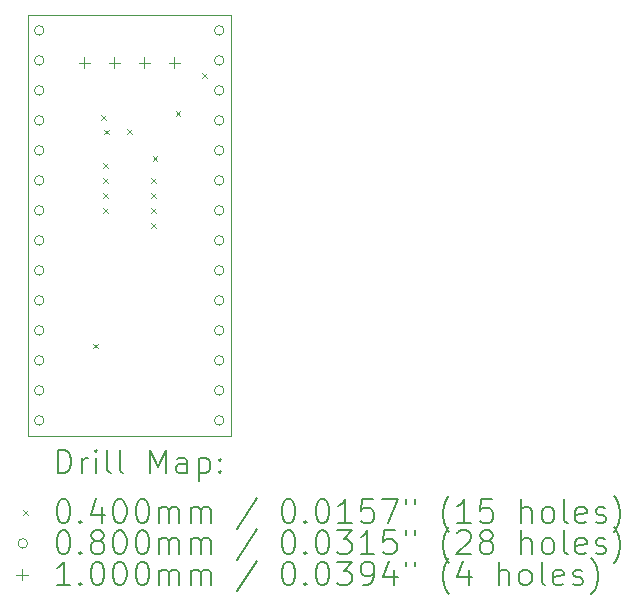
<source format=gbr>
%TF.GenerationSoftware,KiCad,Pcbnew,(6.0.11)*%
%TF.CreationDate,2024-01-03T21:38:48+00:00*%
%TF.ProjectId,BBCB-SWROM-32,42424342-2d53-4575-924f-4d2d33322e6b,rev?*%
%TF.SameCoordinates,Original*%
%TF.FileFunction,Drillmap*%
%TF.FilePolarity,Positive*%
%FSLAX45Y45*%
G04 Gerber Fmt 4.5, Leading zero omitted, Abs format (unit mm)*
G04 Created by KiCad (PCBNEW (6.0.11)) date 2024-01-03 21:38:48*
%MOMM*%
%LPD*%
G01*
G04 APERTURE LIST*
%ADD10C,0.100000*%
%ADD11C,0.200000*%
%ADD12C,0.040000*%
%ADD13C,0.080000*%
G04 APERTURE END LIST*
D10*
X14456000Y-10410000D02*
X16170000Y-10410000D01*
X16170000Y-10410000D02*
X16170000Y-6841000D01*
X16170000Y-6841000D02*
X14456000Y-6841000D01*
X14456000Y-6841000D02*
X14456000Y-10410000D01*
D11*
D12*
X15004000Y-9628000D02*
X15044000Y-9668000D01*
X15044000Y-9628000D02*
X15004000Y-9668000D01*
X15073000Y-7694000D02*
X15113000Y-7734000D01*
X15113000Y-7694000D02*
X15073000Y-7734000D01*
X15090000Y-8101500D02*
X15130000Y-8141500D01*
X15130000Y-8101500D02*
X15090000Y-8141500D01*
X15090000Y-8228500D02*
X15130000Y-8268500D01*
X15130000Y-8228500D02*
X15090000Y-8268500D01*
X15090000Y-8355500D02*
X15130000Y-8395500D01*
X15130000Y-8355500D02*
X15090000Y-8395500D01*
X15090000Y-8482500D02*
X15130000Y-8522500D01*
X15130000Y-8482500D02*
X15090000Y-8522500D01*
X15099000Y-7816000D02*
X15139000Y-7856000D01*
X15139000Y-7816000D02*
X15099000Y-7856000D01*
X15291000Y-7811000D02*
X15331000Y-7851000D01*
X15331000Y-7811000D02*
X15291000Y-7851000D01*
X15495000Y-8228500D02*
X15535000Y-8268500D01*
X15535000Y-8228500D02*
X15495000Y-8268500D01*
X15495000Y-8355500D02*
X15535000Y-8395500D01*
X15535000Y-8355500D02*
X15495000Y-8395500D01*
X15495000Y-8482500D02*
X15535000Y-8522500D01*
X15535000Y-8482500D02*
X15495000Y-8522500D01*
X15495000Y-8609500D02*
X15535000Y-8649500D01*
X15535000Y-8609500D02*
X15495000Y-8649500D01*
X15510000Y-8043000D02*
X15550000Y-8083000D01*
X15550000Y-8043000D02*
X15510000Y-8083000D01*
X15705500Y-7661500D02*
X15745500Y-7701500D01*
X15745500Y-7661500D02*
X15705500Y-7701500D01*
X15927000Y-7336000D02*
X15967000Y-7376000D01*
X15967000Y-7336000D02*
X15927000Y-7376000D01*
D13*
X14590000Y-6975500D02*
G75*
G03*
X14590000Y-6975500I-40000J0D01*
G01*
X14590000Y-7229500D02*
G75*
G03*
X14590000Y-7229500I-40000J0D01*
G01*
X14590000Y-7483500D02*
G75*
G03*
X14590000Y-7483500I-40000J0D01*
G01*
X14590000Y-7737500D02*
G75*
G03*
X14590000Y-7737500I-40000J0D01*
G01*
X14590000Y-7991500D02*
G75*
G03*
X14590000Y-7991500I-40000J0D01*
G01*
X14590000Y-8245500D02*
G75*
G03*
X14590000Y-8245500I-40000J0D01*
G01*
X14590000Y-8499500D02*
G75*
G03*
X14590000Y-8499500I-40000J0D01*
G01*
X14590000Y-8753500D02*
G75*
G03*
X14590000Y-8753500I-40000J0D01*
G01*
X14590000Y-9007500D02*
G75*
G03*
X14590000Y-9007500I-40000J0D01*
G01*
X14590000Y-9261500D02*
G75*
G03*
X14590000Y-9261500I-40000J0D01*
G01*
X14590000Y-9515500D02*
G75*
G03*
X14590000Y-9515500I-40000J0D01*
G01*
X14590000Y-9769500D02*
G75*
G03*
X14590000Y-9769500I-40000J0D01*
G01*
X14590000Y-10023500D02*
G75*
G03*
X14590000Y-10023500I-40000J0D01*
G01*
X14590000Y-10277500D02*
G75*
G03*
X14590000Y-10277500I-40000J0D01*
G01*
X16114000Y-6975500D02*
G75*
G03*
X16114000Y-6975500I-40000J0D01*
G01*
X16114000Y-7229500D02*
G75*
G03*
X16114000Y-7229500I-40000J0D01*
G01*
X16114000Y-7483500D02*
G75*
G03*
X16114000Y-7483500I-40000J0D01*
G01*
X16114000Y-7737500D02*
G75*
G03*
X16114000Y-7737500I-40000J0D01*
G01*
X16114000Y-7991500D02*
G75*
G03*
X16114000Y-7991500I-40000J0D01*
G01*
X16114000Y-8245500D02*
G75*
G03*
X16114000Y-8245500I-40000J0D01*
G01*
X16114000Y-8499500D02*
G75*
G03*
X16114000Y-8499500I-40000J0D01*
G01*
X16114000Y-8753500D02*
G75*
G03*
X16114000Y-8753500I-40000J0D01*
G01*
X16114000Y-9007500D02*
G75*
G03*
X16114000Y-9007500I-40000J0D01*
G01*
X16114000Y-9261500D02*
G75*
G03*
X16114000Y-9261500I-40000J0D01*
G01*
X16114000Y-9515500D02*
G75*
G03*
X16114000Y-9515500I-40000J0D01*
G01*
X16114000Y-9769500D02*
G75*
G03*
X16114000Y-9769500I-40000J0D01*
G01*
X16114000Y-10023500D02*
G75*
G03*
X16114000Y-10023500I-40000J0D01*
G01*
X16114000Y-10277500D02*
G75*
G03*
X16114000Y-10277500I-40000J0D01*
G01*
D10*
X14932500Y-7197500D02*
X14932500Y-7297500D01*
X14882500Y-7247500D02*
X14982500Y-7247500D01*
X15186500Y-7197500D02*
X15186500Y-7297500D01*
X15136500Y-7247500D02*
X15236500Y-7247500D01*
X15440500Y-7197500D02*
X15440500Y-7297500D01*
X15390500Y-7247500D02*
X15490500Y-7247500D01*
X15694500Y-7197500D02*
X15694500Y-7297500D01*
X15644500Y-7247500D02*
X15744500Y-7247500D01*
D11*
X14708619Y-10725476D02*
X14708619Y-10525476D01*
X14756238Y-10525476D01*
X14784809Y-10535000D01*
X14803857Y-10554048D01*
X14813381Y-10573095D01*
X14822905Y-10611190D01*
X14822905Y-10639762D01*
X14813381Y-10677857D01*
X14803857Y-10696905D01*
X14784809Y-10715952D01*
X14756238Y-10725476D01*
X14708619Y-10725476D01*
X14908619Y-10725476D02*
X14908619Y-10592143D01*
X14908619Y-10630238D02*
X14918143Y-10611190D01*
X14927667Y-10601667D01*
X14946714Y-10592143D01*
X14965762Y-10592143D01*
X15032428Y-10725476D02*
X15032428Y-10592143D01*
X15032428Y-10525476D02*
X15022905Y-10535000D01*
X15032428Y-10544524D01*
X15041952Y-10535000D01*
X15032428Y-10525476D01*
X15032428Y-10544524D01*
X15156238Y-10725476D02*
X15137190Y-10715952D01*
X15127667Y-10696905D01*
X15127667Y-10525476D01*
X15261000Y-10725476D02*
X15241952Y-10715952D01*
X15232428Y-10696905D01*
X15232428Y-10525476D01*
X15489571Y-10725476D02*
X15489571Y-10525476D01*
X15556238Y-10668333D01*
X15622905Y-10525476D01*
X15622905Y-10725476D01*
X15803857Y-10725476D02*
X15803857Y-10620714D01*
X15794333Y-10601667D01*
X15775286Y-10592143D01*
X15737190Y-10592143D01*
X15718143Y-10601667D01*
X15803857Y-10715952D02*
X15784809Y-10725476D01*
X15737190Y-10725476D01*
X15718143Y-10715952D01*
X15708619Y-10696905D01*
X15708619Y-10677857D01*
X15718143Y-10658810D01*
X15737190Y-10649286D01*
X15784809Y-10649286D01*
X15803857Y-10639762D01*
X15899095Y-10592143D02*
X15899095Y-10792143D01*
X15899095Y-10601667D02*
X15918143Y-10592143D01*
X15956238Y-10592143D01*
X15975286Y-10601667D01*
X15984809Y-10611190D01*
X15994333Y-10630238D01*
X15994333Y-10687381D01*
X15984809Y-10706429D01*
X15975286Y-10715952D01*
X15956238Y-10725476D01*
X15918143Y-10725476D01*
X15899095Y-10715952D01*
X16080048Y-10706429D02*
X16089571Y-10715952D01*
X16080048Y-10725476D01*
X16070524Y-10715952D01*
X16080048Y-10706429D01*
X16080048Y-10725476D01*
X16080048Y-10601667D02*
X16089571Y-10611190D01*
X16080048Y-10620714D01*
X16070524Y-10611190D01*
X16080048Y-10601667D01*
X16080048Y-10620714D01*
D12*
X14411000Y-11035000D02*
X14451000Y-11075000D01*
X14451000Y-11035000D02*
X14411000Y-11075000D01*
D11*
X14746714Y-10945476D02*
X14765762Y-10945476D01*
X14784809Y-10955000D01*
X14794333Y-10964524D01*
X14803857Y-10983571D01*
X14813381Y-11021667D01*
X14813381Y-11069286D01*
X14803857Y-11107381D01*
X14794333Y-11126429D01*
X14784809Y-11135952D01*
X14765762Y-11145476D01*
X14746714Y-11145476D01*
X14727667Y-11135952D01*
X14718143Y-11126429D01*
X14708619Y-11107381D01*
X14699095Y-11069286D01*
X14699095Y-11021667D01*
X14708619Y-10983571D01*
X14718143Y-10964524D01*
X14727667Y-10955000D01*
X14746714Y-10945476D01*
X14899095Y-11126429D02*
X14908619Y-11135952D01*
X14899095Y-11145476D01*
X14889571Y-11135952D01*
X14899095Y-11126429D01*
X14899095Y-11145476D01*
X15080048Y-11012143D02*
X15080048Y-11145476D01*
X15032428Y-10935952D02*
X14984809Y-11078810D01*
X15108619Y-11078810D01*
X15222905Y-10945476D02*
X15241952Y-10945476D01*
X15261000Y-10955000D01*
X15270524Y-10964524D01*
X15280048Y-10983571D01*
X15289571Y-11021667D01*
X15289571Y-11069286D01*
X15280048Y-11107381D01*
X15270524Y-11126429D01*
X15261000Y-11135952D01*
X15241952Y-11145476D01*
X15222905Y-11145476D01*
X15203857Y-11135952D01*
X15194333Y-11126429D01*
X15184809Y-11107381D01*
X15175286Y-11069286D01*
X15175286Y-11021667D01*
X15184809Y-10983571D01*
X15194333Y-10964524D01*
X15203857Y-10955000D01*
X15222905Y-10945476D01*
X15413381Y-10945476D02*
X15432428Y-10945476D01*
X15451476Y-10955000D01*
X15461000Y-10964524D01*
X15470524Y-10983571D01*
X15480048Y-11021667D01*
X15480048Y-11069286D01*
X15470524Y-11107381D01*
X15461000Y-11126429D01*
X15451476Y-11135952D01*
X15432428Y-11145476D01*
X15413381Y-11145476D01*
X15394333Y-11135952D01*
X15384809Y-11126429D01*
X15375286Y-11107381D01*
X15365762Y-11069286D01*
X15365762Y-11021667D01*
X15375286Y-10983571D01*
X15384809Y-10964524D01*
X15394333Y-10955000D01*
X15413381Y-10945476D01*
X15565762Y-11145476D02*
X15565762Y-11012143D01*
X15565762Y-11031190D02*
X15575286Y-11021667D01*
X15594333Y-11012143D01*
X15622905Y-11012143D01*
X15641952Y-11021667D01*
X15651476Y-11040714D01*
X15651476Y-11145476D01*
X15651476Y-11040714D02*
X15661000Y-11021667D01*
X15680048Y-11012143D01*
X15708619Y-11012143D01*
X15727667Y-11021667D01*
X15737190Y-11040714D01*
X15737190Y-11145476D01*
X15832428Y-11145476D02*
X15832428Y-11012143D01*
X15832428Y-11031190D02*
X15841952Y-11021667D01*
X15861000Y-11012143D01*
X15889571Y-11012143D01*
X15908619Y-11021667D01*
X15918143Y-11040714D01*
X15918143Y-11145476D01*
X15918143Y-11040714D02*
X15927667Y-11021667D01*
X15946714Y-11012143D01*
X15975286Y-11012143D01*
X15994333Y-11021667D01*
X16003857Y-11040714D01*
X16003857Y-11145476D01*
X16394333Y-10935952D02*
X16222905Y-11193095D01*
X16651476Y-10945476D02*
X16670524Y-10945476D01*
X16689571Y-10955000D01*
X16699095Y-10964524D01*
X16708619Y-10983571D01*
X16718143Y-11021667D01*
X16718143Y-11069286D01*
X16708619Y-11107381D01*
X16699095Y-11126429D01*
X16689571Y-11135952D01*
X16670524Y-11145476D01*
X16651476Y-11145476D01*
X16632428Y-11135952D01*
X16622905Y-11126429D01*
X16613381Y-11107381D01*
X16603857Y-11069286D01*
X16603857Y-11021667D01*
X16613381Y-10983571D01*
X16622905Y-10964524D01*
X16632428Y-10955000D01*
X16651476Y-10945476D01*
X16803857Y-11126429D02*
X16813381Y-11135952D01*
X16803857Y-11145476D01*
X16794333Y-11135952D01*
X16803857Y-11126429D01*
X16803857Y-11145476D01*
X16937190Y-10945476D02*
X16956238Y-10945476D01*
X16975286Y-10955000D01*
X16984810Y-10964524D01*
X16994333Y-10983571D01*
X17003857Y-11021667D01*
X17003857Y-11069286D01*
X16994333Y-11107381D01*
X16984810Y-11126429D01*
X16975286Y-11135952D01*
X16956238Y-11145476D01*
X16937190Y-11145476D01*
X16918143Y-11135952D01*
X16908619Y-11126429D01*
X16899095Y-11107381D01*
X16889571Y-11069286D01*
X16889571Y-11021667D01*
X16899095Y-10983571D01*
X16908619Y-10964524D01*
X16918143Y-10955000D01*
X16937190Y-10945476D01*
X17194333Y-11145476D02*
X17080048Y-11145476D01*
X17137190Y-11145476D02*
X17137190Y-10945476D01*
X17118143Y-10974048D01*
X17099095Y-10993095D01*
X17080048Y-11002619D01*
X17375286Y-10945476D02*
X17280048Y-10945476D01*
X17270524Y-11040714D01*
X17280048Y-11031190D01*
X17299095Y-11021667D01*
X17346714Y-11021667D01*
X17365762Y-11031190D01*
X17375286Y-11040714D01*
X17384810Y-11059762D01*
X17384810Y-11107381D01*
X17375286Y-11126429D01*
X17365762Y-11135952D01*
X17346714Y-11145476D01*
X17299095Y-11145476D01*
X17280048Y-11135952D01*
X17270524Y-11126429D01*
X17451476Y-10945476D02*
X17584810Y-10945476D01*
X17499095Y-11145476D01*
X17651476Y-10945476D02*
X17651476Y-10983571D01*
X17727667Y-10945476D02*
X17727667Y-10983571D01*
X18022905Y-11221667D02*
X18013381Y-11212143D01*
X17994333Y-11183571D01*
X17984810Y-11164524D01*
X17975286Y-11135952D01*
X17965762Y-11088333D01*
X17965762Y-11050238D01*
X17975286Y-11002619D01*
X17984810Y-10974048D01*
X17994333Y-10955000D01*
X18013381Y-10926429D01*
X18022905Y-10916905D01*
X18203857Y-11145476D02*
X18089571Y-11145476D01*
X18146714Y-11145476D02*
X18146714Y-10945476D01*
X18127667Y-10974048D01*
X18108619Y-10993095D01*
X18089571Y-11002619D01*
X18384810Y-10945476D02*
X18289571Y-10945476D01*
X18280048Y-11040714D01*
X18289571Y-11031190D01*
X18308619Y-11021667D01*
X18356238Y-11021667D01*
X18375286Y-11031190D01*
X18384810Y-11040714D01*
X18394333Y-11059762D01*
X18394333Y-11107381D01*
X18384810Y-11126429D01*
X18375286Y-11135952D01*
X18356238Y-11145476D01*
X18308619Y-11145476D01*
X18289571Y-11135952D01*
X18280048Y-11126429D01*
X18632429Y-11145476D02*
X18632429Y-10945476D01*
X18718143Y-11145476D02*
X18718143Y-11040714D01*
X18708619Y-11021667D01*
X18689571Y-11012143D01*
X18661000Y-11012143D01*
X18641952Y-11021667D01*
X18632429Y-11031190D01*
X18841952Y-11145476D02*
X18822905Y-11135952D01*
X18813381Y-11126429D01*
X18803857Y-11107381D01*
X18803857Y-11050238D01*
X18813381Y-11031190D01*
X18822905Y-11021667D01*
X18841952Y-11012143D01*
X18870524Y-11012143D01*
X18889571Y-11021667D01*
X18899095Y-11031190D01*
X18908619Y-11050238D01*
X18908619Y-11107381D01*
X18899095Y-11126429D01*
X18889571Y-11135952D01*
X18870524Y-11145476D01*
X18841952Y-11145476D01*
X19022905Y-11145476D02*
X19003857Y-11135952D01*
X18994333Y-11116905D01*
X18994333Y-10945476D01*
X19175286Y-11135952D02*
X19156238Y-11145476D01*
X19118143Y-11145476D01*
X19099095Y-11135952D01*
X19089571Y-11116905D01*
X19089571Y-11040714D01*
X19099095Y-11021667D01*
X19118143Y-11012143D01*
X19156238Y-11012143D01*
X19175286Y-11021667D01*
X19184810Y-11040714D01*
X19184810Y-11059762D01*
X19089571Y-11078810D01*
X19261000Y-11135952D02*
X19280048Y-11145476D01*
X19318143Y-11145476D01*
X19337190Y-11135952D01*
X19346714Y-11116905D01*
X19346714Y-11107381D01*
X19337190Y-11088333D01*
X19318143Y-11078810D01*
X19289571Y-11078810D01*
X19270524Y-11069286D01*
X19261000Y-11050238D01*
X19261000Y-11040714D01*
X19270524Y-11021667D01*
X19289571Y-11012143D01*
X19318143Y-11012143D01*
X19337190Y-11021667D01*
X19413381Y-11221667D02*
X19422905Y-11212143D01*
X19441952Y-11183571D01*
X19451476Y-11164524D01*
X19461000Y-11135952D01*
X19470524Y-11088333D01*
X19470524Y-11050238D01*
X19461000Y-11002619D01*
X19451476Y-10974048D01*
X19441952Y-10955000D01*
X19422905Y-10926429D01*
X19413381Y-10916905D01*
D13*
X14451000Y-11319000D02*
G75*
G03*
X14451000Y-11319000I-40000J0D01*
G01*
D11*
X14746714Y-11209476D02*
X14765762Y-11209476D01*
X14784809Y-11219000D01*
X14794333Y-11228524D01*
X14803857Y-11247571D01*
X14813381Y-11285667D01*
X14813381Y-11333286D01*
X14803857Y-11371381D01*
X14794333Y-11390428D01*
X14784809Y-11399952D01*
X14765762Y-11409476D01*
X14746714Y-11409476D01*
X14727667Y-11399952D01*
X14718143Y-11390428D01*
X14708619Y-11371381D01*
X14699095Y-11333286D01*
X14699095Y-11285667D01*
X14708619Y-11247571D01*
X14718143Y-11228524D01*
X14727667Y-11219000D01*
X14746714Y-11209476D01*
X14899095Y-11390428D02*
X14908619Y-11399952D01*
X14899095Y-11409476D01*
X14889571Y-11399952D01*
X14899095Y-11390428D01*
X14899095Y-11409476D01*
X15022905Y-11295190D02*
X15003857Y-11285667D01*
X14994333Y-11276143D01*
X14984809Y-11257095D01*
X14984809Y-11247571D01*
X14994333Y-11228524D01*
X15003857Y-11219000D01*
X15022905Y-11209476D01*
X15061000Y-11209476D01*
X15080048Y-11219000D01*
X15089571Y-11228524D01*
X15099095Y-11247571D01*
X15099095Y-11257095D01*
X15089571Y-11276143D01*
X15080048Y-11285667D01*
X15061000Y-11295190D01*
X15022905Y-11295190D01*
X15003857Y-11304714D01*
X14994333Y-11314238D01*
X14984809Y-11333286D01*
X14984809Y-11371381D01*
X14994333Y-11390428D01*
X15003857Y-11399952D01*
X15022905Y-11409476D01*
X15061000Y-11409476D01*
X15080048Y-11399952D01*
X15089571Y-11390428D01*
X15099095Y-11371381D01*
X15099095Y-11333286D01*
X15089571Y-11314238D01*
X15080048Y-11304714D01*
X15061000Y-11295190D01*
X15222905Y-11209476D02*
X15241952Y-11209476D01*
X15261000Y-11219000D01*
X15270524Y-11228524D01*
X15280048Y-11247571D01*
X15289571Y-11285667D01*
X15289571Y-11333286D01*
X15280048Y-11371381D01*
X15270524Y-11390428D01*
X15261000Y-11399952D01*
X15241952Y-11409476D01*
X15222905Y-11409476D01*
X15203857Y-11399952D01*
X15194333Y-11390428D01*
X15184809Y-11371381D01*
X15175286Y-11333286D01*
X15175286Y-11285667D01*
X15184809Y-11247571D01*
X15194333Y-11228524D01*
X15203857Y-11219000D01*
X15222905Y-11209476D01*
X15413381Y-11209476D02*
X15432428Y-11209476D01*
X15451476Y-11219000D01*
X15461000Y-11228524D01*
X15470524Y-11247571D01*
X15480048Y-11285667D01*
X15480048Y-11333286D01*
X15470524Y-11371381D01*
X15461000Y-11390428D01*
X15451476Y-11399952D01*
X15432428Y-11409476D01*
X15413381Y-11409476D01*
X15394333Y-11399952D01*
X15384809Y-11390428D01*
X15375286Y-11371381D01*
X15365762Y-11333286D01*
X15365762Y-11285667D01*
X15375286Y-11247571D01*
X15384809Y-11228524D01*
X15394333Y-11219000D01*
X15413381Y-11209476D01*
X15565762Y-11409476D02*
X15565762Y-11276143D01*
X15565762Y-11295190D02*
X15575286Y-11285667D01*
X15594333Y-11276143D01*
X15622905Y-11276143D01*
X15641952Y-11285667D01*
X15651476Y-11304714D01*
X15651476Y-11409476D01*
X15651476Y-11304714D02*
X15661000Y-11285667D01*
X15680048Y-11276143D01*
X15708619Y-11276143D01*
X15727667Y-11285667D01*
X15737190Y-11304714D01*
X15737190Y-11409476D01*
X15832428Y-11409476D02*
X15832428Y-11276143D01*
X15832428Y-11295190D02*
X15841952Y-11285667D01*
X15861000Y-11276143D01*
X15889571Y-11276143D01*
X15908619Y-11285667D01*
X15918143Y-11304714D01*
X15918143Y-11409476D01*
X15918143Y-11304714D02*
X15927667Y-11285667D01*
X15946714Y-11276143D01*
X15975286Y-11276143D01*
X15994333Y-11285667D01*
X16003857Y-11304714D01*
X16003857Y-11409476D01*
X16394333Y-11199952D02*
X16222905Y-11457095D01*
X16651476Y-11209476D02*
X16670524Y-11209476D01*
X16689571Y-11219000D01*
X16699095Y-11228524D01*
X16708619Y-11247571D01*
X16718143Y-11285667D01*
X16718143Y-11333286D01*
X16708619Y-11371381D01*
X16699095Y-11390428D01*
X16689571Y-11399952D01*
X16670524Y-11409476D01*
X16651476Y-11409476D01*
X16632428Y-11399952D01*
X16622905Y-11390428D01*
X16613381Y-11371381D01*
X16603857Y-11333286D01*
X16603857Y-11285667D01*
X16613381Y-11247571D01*
X16622905Y-11228524D01*
X16632428Y-11219000D01*
X16651476Y-11209476D01*
X16803857Y-11390428D02*
X16813381Y-11399952D01*
X16803857Y-11409476D01*
X16794333Y-11399952D01*
X16803857Y-11390428D01*
X16803857Y-11409476D01*
X16937190Y-11209476D02*
X16956238Y-11209476D01*
X16975286Y-11219000D01*
X16984810Y-11228524D01*
X16994333Y-11247571D01*
X17003857Y-11285667D01*
X17003857Y-11333286D01*
X16994333Y-11371381D01*
X16984810Y-11390428D01*
X16975286Y-11399952D01*
X16956238Y-11409476D01*
X16937190Y-11409476D01*
X16918143Y-11399952D01*
X16908619Y-11390428D01*
X16899095Y-11371381D01*
X16889571Y-11333286D01*
X16889571Y-11285667D01*
X16899095Y-11247571D01*
X16908619Y-11228524D01*
X16918143Y-11219000D01*
X16937190Y-11209476D01*
X17070524Y-11209476D02*
X17194333Y-11209476D01*
X17127667Y-11285667D01*
X17156238Y-11285667D01*
X17175286Y-11295190D01*
X17184810Y-11304714D01*
X17194333Y-11323762D01*
X17194333Y-11371381D01*
X17184810Y-11390428D01*
X17175286Y-11399952D01*
X17156238Y-11409476D01*
X17099095Y-11409476D01*
X17080048Y-11399952D01*
X17070524Y-11390428D01*
X17384810Y-11409476D02*
X17270524Y-11409476D01*
X17327667Y-11409476D02*
X17327667Y-11209476D01*
X17308619Y-11238048D01*
X17289571Y-11257095D01*
X17270524Y-11266619D01*
X17565762Y-11209476D02*
X17470524Y-11209476D01*
X17461000Y-11304714D01*
X17470524Y-11295190D01*
X17489571Y-11285667D01*
X17537190Y-11285667D01*
X17556238Y-11295190D01*
X17565762Y-11304714D01*
X17575286Y-11323762D01*
X17575286Y-11371381D01*
X17565762Y-11390428D01*
X17556238Y-11399952D01*
X17537190Y-11409476D01*
X17489571Y-11409476D01*
X17470524Y-11399952D01*
X17461000Y-11390428D01*
X17651476Y-11209476D02*
X17651476Y-11247571D01*
X17727667Y-11209476D02*
X17727667Y-11247571D01*
X18022905Y-11485667D02*
X18013381Y-11476143D01*
X17994333Y-11447571D01*
X17984810Y-11428524D01*
X17975286Y-11399952D01*
X17965762Y-11352333D01*
X17965762Y-11314238D01*
X17975286Y-11266619D01*
X17984810Y-11238048D01*
X17994333Y-11219000D01*
X18013381Y-11190428D01*
X18022905Y-11180905D01*
X18089571Y-11228524D02*
X18099095Y-11219000D01*
X18118143Y-11209476D01*
X18165762Y-11209476D01*
X18184810Y-11219000D01*
X18194333Y-11228524D01*
X18203857Y-11247571D01*
X18203857Y-11266619D01*
X18194333Y-11295190D01*
X18080048Y-11409476D01*
X18203857Y-11409476D01*
X18318143Y-11295190D02*
X18299095Y-11285667D01*
X18289571Y-11276143D01*
X18280048Y-11257095D01*
X18280048Y-11247571D01*
X18289571Y-11228524D01*
X18299095Y-11219000D01*
X18318143Y-11209476D01*
X18356238Y-11209476D01*
X18375286Y-11219000D01*
X18384810Y-11228524D01*
X18394333Y-11247571D01*
X18394333Y-11257095D01*
X18384810Y-11276143D01*
X18375286Y-11285667D01*
X18356238Y-11295190D01*
X18318143Y-11295190D01*
X18299095Y-11304714D01*
X18289571Y-11314238D01*
X18280048Y-11333286D01*
X18280048Y-11371381D01*
X18289571Y-11390428D01*
X18299095Y-11399952D01*
X18318143Y-11409476D01*
X18356238Y-11409476D01*
X18375286Y-11399952D01*
X18384810Y-11390428D01*
X18394333Y-11371381D01*
X18394333Y-11333286D01*
X18384810Y-11314238D01*
X18375286Y-11304714D01*
X18356238Y-11295190D01*
X18632429Y-11409476D02*
X18632429Y-11209476D01*
X18718143Y-11409476D02*
X18718143Y-11304714D01*
X18708619Y-11285667D01*
X18689571Y-11276143D01*
X18661000Y-11276143D01*
X18641952Y-11285667D01*
X18632429Y-11295190D01*
X18841952Y-11409476D02*
X18822905Y-11399952D01*
X18813381Y-11390428D01*
X18803857Y-11371381D01*
X18803857Y-11314238D01*
X18813381Y-11295190D01*
X18822905Y-11285667D01*
X18841952Y-11276143D01*
X18870524Y-11276143D01*
X18889571Y-11285667D01*
X18899095Y-11295190D01*
X18908619Y-11314238D01*
X18908619Y-11371381D01*
X18899095Y-11390428D01*
X18889571Y-11399952D01*
X18870524Y-11409476D01*
X18841952Y-11409476D01*
X19022905Y-11409476D02*
X19003857Y-11399952D01*
X18994333Y-11380905D01*
X18994333Y-11209476D01*
X19175286Y-11399952D02*
X19156238Y-11409476D01*
X19118143Y-11409476D01*
X19099095Y-11399952D01*
X19089571Y-11380905D01*
X19089571Y-11304714D01*
X19099095Y-11285667D01*
X19118143Y-11276143D01*
X19156238Y-11276143D01*
X19175286Y-11285667D01*
X19184810Y-11304714D01*
X19184810Y-11323762D01*
X19089571Y-11342809D01*
X19261000Y-11399952D02*
X19280048Y-11409476D01*
X19318143Y-11409476D01*
X19337190Y-11399952D01*
X19346714Y-11380905D01*
X19346714Y-11371381D01*
X19337190Y-11352333D01*
X19318143Y-11342809D01*
X19289571Y-11342809D01*
X19270524Y-11333286D01*
X19261000Y-11314238D01*
X19261000Y-11304714D01*
X19270524Y-11285667D01*
X19289571Y-11276143D01*
X19318143Y-11276143D01*
X19337190Y-11285667D01*
X19413381Y-11485667D02*
X19422905Y-11476143D01*
X19441952Y-11447571D01*
X19451476Y-11428524D01*
X19461000Y-11399952D01*
X19470524Y-11352333D01*
X19470524Y-11314238D01*
X19461000Y-11266619D01*
X19451476Y-11238048D01*
X19441952Y-11219000D01*
X19422905Y-11190428D01*
X19413381Y-11180905D01*
D10*
X14401000Y-11533000D02*
X14401000Y-11633000D01*
X14351000Y-11583000D02*
X14451000Y-11583000D01*
D11*
X14813381Y-11673476D02*
X14699095Y-11673476D01*
X14756238Y-11673476D02*
X14756238Y-11473476D01*
X14737190Y-11502048D01*
X14718143Y-11521095D01*
X14699095Y-11530619D01*
X14899095Y-11654428D02*
X14908619Y-11663952D01*
X14899095Y-11673476D01*
X14889571Y-11663952D01*
X14899095Y-11654428D01*
X14899095Y-11673476D01*
X15032428Y-11473476D02*
X15051476Y-11473476D01*
X15070524Y-11483000D01*
X15080048Y-11492524D01*
X15089571Y-11511571D01*
X15099095Y-11549667D01*
X15099095Y-11597286D01*
X15089571Y-11635381D01*
X15080048Y-11654428D01*
X15070524Y-11663952D01*
X15051476Y-11673476D01*
X15032428Y-11673476D01*
X15013381Y-11663952D01*
X15003857Y-11654428D01*
X14994333Y-11635381D01*
X14984809Y-11597286D01*
X14984809Y-11549667D01*
X14994333Y-11511571D01*
X15003857Y-11492524D01*
X15013381Y-11483000D01*
X15032428Y-11473476D01*
X15222905Y-11473476D02*
X15241952Y-11473476D01*
X15261000Y-11483000D01*
X15270524Y-11492524D01*
X15280048Y-11511571D01*
X15289571Y-11549667D01*
X15289571Y-11597286D01*
X15280048Y-11635381D01*
X15270524Y-11654428D01*
X15261000Y-11663952D01*
X15241952Y-11673476D01*
X15222905Y-11673476D01*
X15203857Y-11663952D01*
X15194333Y-11654428D01*
X15184809Y-11635381D01*
X15175286Y-11597286D01*
X15175286Y-11549667D01*
X15184809Y-11511571D01*
X15194333Y-11492524D01*
X15203857Y-11483000D01*
X15222905Y-11473476D01*
X15413381Y-11473476D02*
X15432428Y-11473476D01*
X15451476Y-11483000D01*
X15461000Y-11492524D01*
X15470524Y-11511571D01*
X15480048Y-11549667D01*
X15480048Y-11597286D01*
X15470524Y-11635381D01*
X15461000Y-11654428D01*
X15451476Y-11663952D01*
X15432428Y-11673476D01*
X15413381Y-11673476D01*
X15394333Y-11663952D01*
X15384809Y-11654428D01*
X15375286Y-11635381D01*
X15365762Y-11597286D01*
X15365762Y-11549667D01*
X15375286Y-11511571D01*
X15384809Y-11492524D01*
X15394333Y-11483000D01*
X15413381Y-11473476D01*
X15565762Y-11673476D02*
X15565762Y-11540143D01*
X15565762Y-11559190D02*
X15575286Y-11549667D01*
X15594333Y-11540143D01*
X15622905Y-11540143D01*
X15641952Y-11549667D01*
X15651476Y-11568714D01*
X15651476Y-11673476D01*
X15651476Y-11568714D02*
X15661000Y-11549667D01*
X15680048Y-11540143D01*
X15708619Y-11540143D01*
X15727667Y-11549667D01*
X15737190Y-11568714D01*
X15737190Y-11673476D01*
X15832428Y-11673476D02*
X15832428Y-11540143D01*
X15832428Y-11559190D02*
X15841952Y-11549667D01*
X15861000Y-11540143D01*
X15889571Y-11540143D01*
X15908619Y-11549667D01*
X15918143Y-11568714D01*
X15918143Y-11673476D01*
X15918143Y-11568714D02*
X15927667Y-11549667D01*
X15946714Y-11540143D01*
X15975286Y-11540143D01*
X15994333Y-11549667D01*
X16003857Y-11568714D01*
X16003857Y-11673476D01*
X16394333Y-11463952D02*
X16222905Y-11721095D01*
X16651476Y-11473476D02*
X16670524Y-11473476D01*
X16689571Y-11483000D01*
X16699095Y-11492524D01*
X16708619Y-11511571D01*
X16718143Y-11549667D01*
X16718143Y-11597286D01*
X16708619Y-11635381D01*
X16699095Y-11654428D01*
X16689571Y-11663952D01*
X16670524Y-11673476D01*
X16651476Y-11673476D01*
X16632428Y-11663952D01*
X16622905Y-11654428D01*
X16613381Y-11635381D01*
X16603857Y-11597286D01*
X16603857Y-11549667D01*
X16613381Y-11511571D01*
X16622905Y-11492524D01*
X16632428Y-11483000D01*
X16651476Y-11473476D01*
X16803857Y-11654428D02*
X16813381Y-11663952D01*
X16803857Y-11673476D01*
X16794333Y-11663952D01*
X16803857Y-11654428D01*
X16803857Y-11673476D01*
X16937190Y-11473476D02*
X16956238Y-11473476D01*
X16975286Y-11483000D01*
X16984810Y-11492524D01*
X16994333Y-11511571D01*
X17003857Y-11549667D01*
X17003857Y-11597286D01*
X16994333Y-11635381D01*
X16984810Y-11654428D01*
X16975286Y-11663952D01*
X16956238Y-11673476D01*
X16937190Y-11673476D01*
X16918143Y-11663952D01*
X16908619Y-11654428D01*
X16899095Y-11635381D01*
X16889571Y-11597286D01*
X16889571Y-11549667D01*
X16899095Y-11511571D01*
X16908619Y-11492524D01*
X16918143Y-11483000D01*
X16937190Y-11473476D01*
X17070524Y-11473476D02*
X17194333Y-11473476D01*
X17127667Y-11549667D01*
X17156238Y-11549667D01*
X17175286Y-11559190D01*
X17184810Y-11568714D01*
X17194333Y-11587762D01*
X17194333Y-11635381D01*
X17184810Y-11654428D01*
X17175286Y-11663952D01*
X17156238Y-11673476D01*
X17099095Y-11673476D01*
X17080048Y-11663952D01*
X17070524Y-11654428D01*
X17289571Y-11673476D02*
X17327667Y-11673476D01*
X17346714Y-11663952D01*
X17356238Y-11654428D01*
X17375286Y-11625857D01*
X17384810Y-11587762D01*
X17384810Y-11511571D01*
X17375286Y-11492524D01*
X17365762Y-11483000D01*
X17346714Y-11473476D01*
X17308619Y-11473476D01*
X17289571Y-11483000D01*
X17280048Y-11492524D01*
X17270524Y-11511571D01*
X17270524Y-11559190D01*
X17280048Y-11578238D01*
X17289571Y-11587762D01*
X17308619Y-11597286D01*
X17346714Y-11597286D01*
X17365762Y-11587762D01*
X17375286Y-11578238D01*
X17384810Y-11559190D01*
X17556238Y-11540143D02*
X17556238Y-11673476D01*
X17508619Y-11463952D02*
X17461000Y-11606809D01*
X17584810Y-11606809D01*
X17651476Y-11473476D02*
X17651476Y-11511571D01*
X17727667Y-11473476D02*
X17727667Y-11511571D01*
X18022905Y-11749667D02*
X18013381Y-11740143D01*
X17994333Y-11711571D01*
X17984810Y-11692524D01*
X17975286Y-11663952D01*
X17965762Y-11616333D01*
X17965762Y-11578238D01*
X17975286Y-11530619D01*
X17984810Y-11502048D01*
X17994333Y-11483000D01*
X18013381Y-11454428D01*
X18022905Y-11444905D01*
X18184810Y-11540143D02*
X18184810Y-11673476D01*
X18137190Y-11463952D02*
X18089571Y-11606809D01*
X18213381Y-11606809D01*
X18441952Y-11673476D02*
X18441952Y-11473476D01*
X18527667Y-11673476D02*
X18527667Y-11568714D01*
X18518143Y-11549667D01*
X18499095Y-11540143D01*
X18470524Y-11540143D01*
X18451476Y-11549667D01*
X18441952Y-11559190D01*
X18651476Y-11673476D02*
X18632429Y-11663952D01*
X18622905Y-11654428D01*
X18613381Y-11635381D01*
X18613381Y-11578238D01*
X18622905Y-11559190D01*
X18632429Y-11549667D01*
X18651476Y-11540143D01*
X18680048Y-11540143D01*
X18699095Y-11549667D01*
X18708619Y-11559190D01*
X18718143Y-11578238D01*
X18718143Y-11635381D01*
X18708619Y-11654428D01*
X18699095Y-11663952D01*
X18680048Y-11673476D01*
X18651476Y-11673476D01*
X18832429Y-11673476D02*
X18813381Y-11663952D01*
X18803857Y-11644905D01*
X18803857Y-11473476D01*
X18984810Y-11663952D02*
X18965762Y-11673476D01*
X18927667Y-11673476D01*
X18908619Y-11663952D01*
X18899095Y-11644905D01*
X18899095Y-11568714D01*
X18908619Y-11549667D01*
X18927667Y-11540143D01*
X18965762Y-11540143D01*
X18984810Y-11549667D01*
X18994333Y-11568714D01*
X18994333Y-11587762D01*
X18899095Y-11606809D01*
X19070524Y-11663952D02*
X19089571Y-11673476D01*
X19127667Y-11673476D01*
X19146714Y-11663952D01*
X19156238Y-11644905D01*
X19156238Y-11635381D01*
X19146714Y-11616333D01*
X19127667Y-11606809D01*
X19099095Y-11606809D01*
X19080048Y-11597286D01*
X19070524Y-11578238D01*
X19070524Y-11568714D01*
X19080048Y-11549667D01*
X19099095Y-11540143D01*
X19127667Y-11540143D01*
X19146714Y-11549667D01*
X19222905Y-11749667D02*
X19232429Y-11740143D01*
X19251476Y-11711571D01*
X19261000Y-11692524D01*
X19270524Y-11663952D01*
X19280048Y-11616333D01*
X19280048Y-11578238D01*
X19270524Y-11530619D01*
X19261000Y-11502048D01*
X19251476Y-11483000D01*
X19232429Y-11454428D01*
X19222905Y-11444905D01*
M02*

</source>
